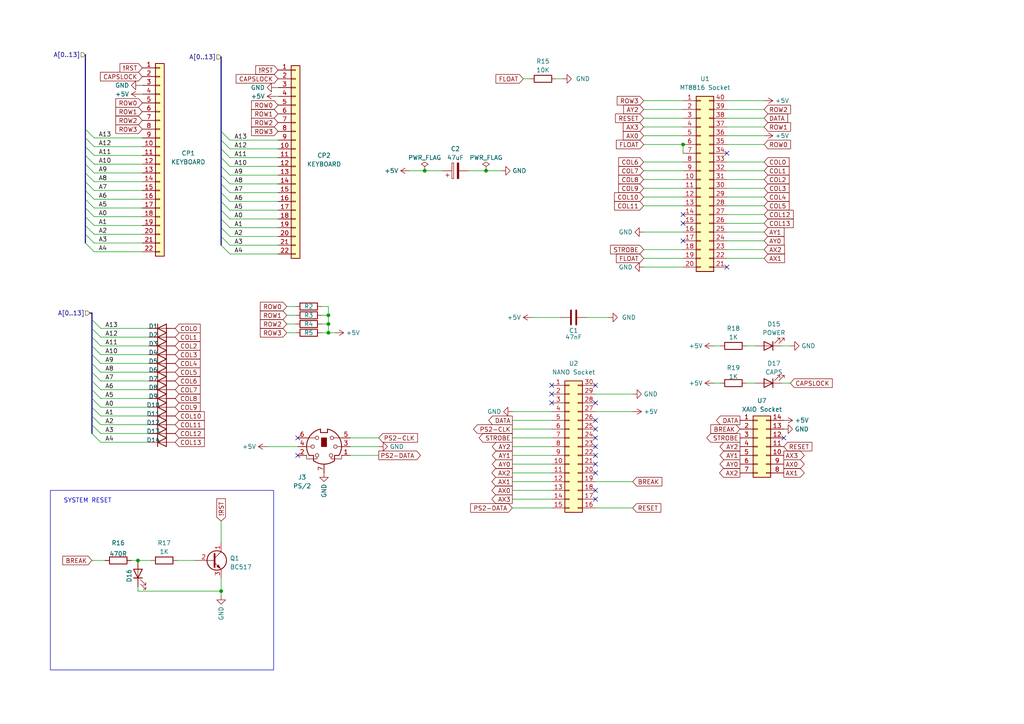
<source format=kicad_sch>
(kicad_sch (version 20230121) (generator eeschema)
  (paper "A4")
  (lib_symbols
    (symbol "Connector_Generic:Conn_01x22" (pin_names (offset 1.016) hide)
      (property "Reference" "J" (at 0 27.94 0))
      (property "Value" "Conn_01x22" (at 0 -30.48 0))
      (symbol "Conn_01x22_1_1"
        (pin passive line (at -5.08 25.4 0) (length 3.81) (name "Pin_1") (number "1"))
        (pin passive line (at -5.08 2.54 0) (length 3.81) (name "Pin_10") (number "10"))
        (pin passive line (at -5.08 0 0) (length 3.81) (name "Pin_11") (number "11"))
        (pin passive line (at -5.08 -2.54 0) (length 3.81) (name "Pin_12") (number "12"))
        (pin passive line (at -5.08 -5.08 0) (length 3.81) (name "Pin_13") (number "13"))
        (pin passive line (at -5.08 -7.62 0) (length 3.81) (name "Pin_14") (number "14"))
        (pin passive line (at -5.08 -10.16 0) (length 3.81) (name "Pin_15") (number "15"))
        (pin passive line (at -5.08 -12.7 0) (length 3.81) (name "Pin_16") (number "16"))
        (pin passive line (at -5.08 -15.24 0) (length 3.81) (name "Pin_17") (number "17"))
        (pin passive line (at -5.08 -17.78 0) (length 3.81) (name "Pin_18") (number "18"))
        (pin passive line (at -5.08 -20.32 0) (length 3.81) (name "Pin_19") (number "19"))
        (pin passive line (at -5.08 22.86 0) (length 3.81) (name "Pin_2") (number "2"))
        (pin passive line (at -5.08 -22.86 0) (length 3.81) (name "Pin_20") (number "20"))
        (pin passive line (at -5.08 -25.4 0) (length 3.81) (name "Pin_21") (number "21"))
        (pin passive line (at -5.08 -27.94 0) (length 3.81) (name "Pin_22") (number "22"))
        (pin passive line (at -5.08 20.32 0) (length 3.81) (name "Pin_3") (number "3"))
        (pin passive line (at -5.08 17.78 0) (length 3.81) (name "Pin_4") (number "4"))
        (pin passive line (at -5.08 15.24 0) (length 3.81) (name "Pin_5") (number "5"))
        (pin passive line (at -5.08 12.7 0) (length 3.81) (name "Pin_6") (number "6"))
        (pin passive line (at -5.08 10.16 0) (length 3.81) (name "Pin_7") (number "7"))
        (pin passive line (at -5.08 7.62 0) (length 3.81) (name "Pin_8") (number "8"))
        (pin passive line (at -5.08 5.08 0) (length 3.81) (name "Pin_9") (number "9"))
      )
    )
    (symbol "Connector_Generic:Conn_02x07_Counter_Clockwise" (pin_names (offset 1.016) hide)
      (property "Reference" "J" (at 1.27 10.16 0))
      (property "Value" "Conn_02x07_Counter_Clockwise" (at 1.27 -10.16 0))
      (symbol "Conn_02x07_Counter_Clockwise_1_1"
        (pin passive line (at -5.08 7.62 0) (length 3.81) (name "Pin_1") (number "1"))
        (pin passive line (at 7.62 -2.54 180) (length 3.81) (name "Pin_10") (number "10"))
        (pin passive line (at 7.62 0 180) (length 3.81) (name "Pin_11") (number "11"))
        (pin passive line (at 7.62 2.54 180) (length 3.81) (name "Pin_12") (number "12"))
        (pin passive line (at 7.62 5.08 180) (length 3.81) (name "Pin_13") (number "13"))
        (pin passive line (at 7.62 7.62 180) (length 3.81) (name "Pin_14") (number "14"))
        (pin passive line (at -5.08 5.08 0) (length 3.81) (name "Pin_2") (number "2"))
        (pin passive line (at -5.08 2.54 0) (length 3.81) (name "Pin_3") (number "3"))
        (pin passive line (at -5.08 0 0) (length 3.81) (name "Pin_4") (number "4"))
        (pin passive line (at -5.08 -2.54 0) (length 3.81) (name "Pin_5") (number "5"))
        (pin passive line (at -5.08 -5.08 0) (length 3.81) (name "Pin_6") (number "6"))
        (pin passive line (at -5.08 -7.62 0) (length 3.81) (name "Pin_7") (number "7"))
        (pin passive line (at 7.62 -7.62 180) (length 3.81) (name "Pin_8") (number "8"))
        (pin passive line (at 7.62 -5.08 180) (length 3.81) (name "Pin_9") (number "9"))
      )
    )
    (symbol "Connector_Generic:Conn_02x15_Counter_Clockwise" (pin_names (offset 1.016) hide)
      (property "Reference" "J" (at 1.27 20.32 0))
      (property "Value" "Conn_02x15_Counter_Clockwise" (at 1.27 -20.32 0))
      (symbol "Conn_02x15_Counter_Clockwise_1_1"
        (pin passive line (at -5.08 17.78 0) (length 3.81) (name "Pin_1") (number "1"))
        (pin passive line (at -5.08 -5.08 0) (length 3.81) (name "Pin_10") (number "10"))
        (pin passive line (at -5.08 -7.62 0) (length 3.81) (name "Pin_11") (number "11"))
        (pin passive line (at -5.08 -10.16 0) (length 3.81) (name "Pin_12") (number "12"))
        (pin passive line (at -5.08 -12.7 0) (length 3.81) (name "Pin_13") (number "13"))
        (pin passive line (at -5.08 -15.24 0) (length 3.81) (name "Pin_14") (number "14"))
        (pin passive line (at -5.08 -17.78 0) (length 3.81) (name "Pin_15") (number "15"))
        (pin passive line (at 7.62 -17.78 180) (length 3.81) (name "Pin_16") (number "16"))
        (pin passive line (at 7.62 -15.24 180) (length 3.81) (name "Pin_17") (number "17"))
        (pin passive line (at 7.62 -12.7 180) (length 3.81) (name "Pin_18") (number "18"))
        (pin passive line (at 7.62 -10.16 180) (length 3.81) (name "Pin_19") (number "19"))
        (pin passive line (at -5.08 15.24 0) (length 3.81) (name "Pin_2") (number "2"))
        (pin passive line (at 7.62 -7.62 180) (length 3.81) (name "Pin_20") (number "20"))
        (pin passive line (at 7.62 -5.08 180) (length 3.81) (name "Pin_21") (number "21"))
        (pin passive line (at 7.62 -2.54 180) (length 3.81) (name "Pin_22") (number "22"))
        (pin passive line (at 7.62 0 180) (length 3.81) (name "Pin_23") (number "23"))
        (pin passive line (at 7.62 2.54 180) (length 3.81) (name "Pin_24") (number "24"))
        (pin passive line (at 7.62 5.08 180) (length 3.81) (name "Pin_25") (number "25"))
        (pin passive line (at 7.62 7.62 180) (length 3.81) (name "Pin_26") (number "26"))
        (pin passive line (at 7.62 10.16 180) (length 3.81) (name "Pin_27") (number "27"))
        (pin passive line (at 7.62 12.7 180) (length 3.81) (name "Pin_28") (number "28"))
        (pin passive line (at 7.62 15.24 180) (length 3.81) (name "Pin_29") (number "29"))
        (pin passive line (at -5.08 12.7 0) (length 3.81) (name "Pin_3") (number "3"))
        (pin passive line (at 7.62 17.78 180) (length 3.81) (name "Pin_30") (number "30"))
        (pin passive line (at -5.08 10.16 0) (length 3.81) (name "Pin_4") (number "4"))
        (pin passive line (at -5.08 7.62 0) (length 3.81) (name "Pin_5") (number "5"))
        (pin passive line (at -5.08 5.08 0) (length 3.81) (name "Pin_6") (number "6"))
        (pin passive line (at -5.08 2.54 0) (length 3.81) (name "Pin_7") (number "7"))
        (pin passive line (at -5.08 0 0) (length 3.81) (name "Pin_8") (number "8"))
        (pin passive line (at -5.08 -2.54 0) (length 3.81) (name "Pin_9") (number "9"))
      )
    )
    (symbol "Connector_Generic:Conn_02x20_Counter_Clockwise" (pin_names (offset 1.016) hide)
      (property "Reference" "J" (at 1.27 25.4 0))
      (property "Value" "Conn_02x20_Counter_Clockwise" (at 1.27 -27.94 0))
      (symbol "Conn_02x20_Counter_Clockwise_1_1"
        (pin passive line (at -5.08 22.86 0) (length 3.81) (name "Pin_1") (number "1"))
        (pin passive line (at -5.08 0 0) (length 3.81) (name "Pin_10") (number "10"))
        (pin passive line (at -5.08 -2.54 0) (length 3.81) (name "Pin_11") (number "11"))
        (pin passive line (at -5.08 -5.08 0) (length 3.81) (name "Pin_12") (number "12"))
        (pin passive line (at -5.08 -7.62 0) (length 3.81) (name "Pin_13") (number "13"))
        (pin passive line (at -5.08 -10.16 0) (length 3.81) (name "Pin_14") (number "14"))
        (pin passive line (at -5.08 -12.7 0) (length 3.81) (name "Pin_15") (number "15"))
        (pin passive line (at -5.08 -15.24 0) (length 3.81) (name "Pin_16") (number "16"))
        (pin passive line (at -5.08 -17.78 0) (length 3.81) (name "Pin_17") (number "17"))
        (pin passive line (at -5.08 -20.32 0) (length 3.81) (name "Pin_18") (number "18"))
        (pin passive line (at -5.08 -22.86 0) (length 3.81) (name "Pin_19") (number "19"))
        (pin passive line (at -5.08 20.32 0) (length 3.81) (name "Pin_2") (number "2"))
        (pin passive line (at -5.08 -25.4 0) (length 3.81) (name "Pin_20") (number "20"))
        (pin passive line (at 7.62 -25.4 180) (length 3.81) (name "Pin_21") (number "21"))
        (pin passive line (at 7.62 -22.86 180) (length 3.81) (name "Pin_22") (number "22"))
        (pin passive line (at 7.62 -20.32 180) (length 3.81) (name "Pin_23") (number "23"))
        (pin passive line (at 7.62 -17.78 180) (length 3.81) (name "Pin_24") (number "24"))
        (pin passive line (at 7.62 -15.24 180) (length 3.81) (name "Pin_25") (number "25"))
        (pin passive line (at 7.62 -12.7 180) (length 3.81) (name "Pin_26") (number "26"))
        (pin passive line (at 7.62 -10.16 180) (length 3.81) (name "Pin_27") (number "27"))
        (pin passive line (at 7.62 -7.62 180) (length 3.81) (name "Pin_28") (number "28"))
        (pin passive line (at 7.62 -5.08 180) (length 3.81) (name "Pin_29") (number "29"))
        (pin passive line (at -5.08 17.78 0) (length 3.81) (name "Pin_3") (number "3"))
        (pin passive line (at 7.62 -2.54 180) (length 3.81) (name "Pin_30") (number "30"))
        (pin passive line (at 7.62 0 180) (length 3.81) (name "Pin_31") (number "31"))
        (pin passive line (at 7.62 2.54 180) (length 3.81) (name "Pin_32") (number "32"))
        (pin passive line (at 7.62 5.08 180) (length 3.81) (name "Pin_33") (number "33"))
        (pin passive line (at 7.62 7.62 180) (length 3.81) (name "Pin_34") (number "34"))
        (pin passive line (at 7.62 10.16 180) (length 3.81) (name "Pin_35") (number "35"))
        (pin passive line (at 7.62 12.7 180) (length 3.81) (name "Pin_36") (number "36"))
        (pin passive line (at 7.62 15.24 180) (length 3.81) (name "Pin_37") (number "37"))
        (pin passive line (at 7.62 17.78 180) (length 3.81) (name "Pin_38") (number "38"))
        (pin passive line (at 7.62 20.32 180) (length 3.81) (name "Pin_39") (number "39"))
        (pin passive line (at -5.08 15.24 0) (length 3.81) (name "Pin_4") (number "4"))
        (pin passive line (at 7.62 22.86 180) (length 3.81) (name "Pin_40") (number "40"))
        (pin passive line (at -5.08 12.7 0) (length 3.81) (name "Pin_5") (number "5"))
        (pin passive line (at -5.08 10.16 0) (length 3.81) (name "Pin_6") (number "6"))
        (pin passive line (at -5.08 7.62 0) (length 3.81) (name "Pin_7") (number "7"))
        (pin passive line (at -5.08 5.08 0) (length 3.81) (name "Pin_8") (number "8"))
        (pin passive line (at -5.08 2.54 0) (length 3.81) (name "Pin_9") (number "9"))
      )
    )
    (symbol "Device:C" (pin_numbers hide) (pin_names (offset 0.254))
      (property "Reference" "C" (at 0.635 2.54 0))
      (property "Value" "C" (at 0.635 -2.54 0))
      (symbol "C_1_1"
        (pin passive line (at 0 3.81 270) (length 2.794) (name "~") (number "1"))
        (pin passive line (at 0 -3.81 90) (length 2.794) (name "~") (number "2"))
      )
    )
    (symbol "Device:C_Polarized" (pin_numbers hide) (pin_names (offset 0.254))
      (property "Reference" "C" (at 0.635 2.54 0))
      (property "Value" "C_Polarized" (at 0.635 -2.54 0))
      (symbol "C_Polarized_1_1"
        (pin passive line (at 0 3.81 270) (length 2.794) (name "~") (number "1"))
        (pin passive line (at 0 -3.81 90) (length 2.794) (name "~") (number "2"))
      )
    )
    (symbol "Device:D" (pin_numbers hide) (pin_names (offset 1.016) hide)
      (property "Reference" "D" (at 0 2.54 0))
      (property "Value" "D" (at 0 -2.54 0))
      (symbol "D_1_1"
        (pin passive line (at -3.81 0 0) (length 2.54) (name "K") (number "1"))
        (pin passive line (at 3.81 0 180) (length 2.54) (name "A") (number "2"))
      )
    )
    (symbol "Device:LED" (pin_numbers hide) (pin_names (offset 1.016) hide)
      (property "Reference" "D" (at 0 2.54 0))
      (property "Value" "LED" (at 0 -2.54 0))
      (symbol "LED_1_1"
        (pin passive line (at -3.81 0 0) (length 2.54) (name "K") (number "1"))
        (pin passive line (at 3.81 0 180) (length 2.54) (name "A") (number "2"))
      )
    )
    (symbol "Device:R" (pin_numbers hide) (pin_names (offset 0))
      (property "Reference" "R" (at 2.032 0 90))
      (property "Value" "R" (at 0 0 90))
      (symbol "R_1_1"
        (pin passive line (at 0 3.81 270) (length 1.27) (name "~") (number "1"))
        (pin passive line (at 0 -3.81 90) (length 1.27) (name "~") (number "2"))
      )
    )
    (symbol "Electron-PS2USB:Mini-DIN-6" (pin_names (offset 1.016))
      (property "Reference" "J3" (at 0.0177 10.16 0))
      (property "Value" "PS/2" (at 0.0177 7.62 0))
      (symbol "Mini-DIN-6_1_1"
        (pin passive line (at 7.62 -2.54 180) (length 2.54) (name "~") (number "1"))
        (pin passive line (at -7.62 -2.54 0) (length 2.54) (name "~") (number "2"))
        (pin passive line (at 7.62 0 180) (length 2.54) (name "~") (number "3"))
        (pin passive line (at -7.62 0 0) (length 2.54) (name "~") (number "4"))
        (pin passive line (at 7.62 2.54 180) (length 2.54) (name "~") (number "5"))
        (pin passive line (at -7.62 2.54 0) (length 2.54) (name "~") (number "6"))
        (pin passive line (at 0 -7.62 90) (length 2.54) (name "") (number "7"))
      )
    )
    (symbol "Transistor_BJT:BC547" (pin_names (offset 0) hide)
      (property "Reference" "Q" (at 5.08 1.905 0))
      (property "Value" "BC547" (at 5.08 0 0))
      (symbol "BC547_1_1"
        (pin passive line (at 2.54 5.08 270) (length 2.54) (name "C") (number "1"))
        (pin input line (at -5.08 0 0) (length 5.08) (name "B") (number "2"))
        (pin passive line (at 2.54 -5.08 90) (length 2.54) (name "E") (number "3"))
      )
    )
    (symbol "power:+5V" (power) (pin_names (offset 0))
      (property "Value" "+5V" (at 0 3.556 0))
      (symbol "+5V_1_1"
        (pin power_in line (at 0 0 90) (length 0) hide (name "+5V") (number "1"))
      )
    )
    (symbol "power:GND" (power) (pin_names (offset 0))
      (property "Value" "GND" (at 0 -3.81 0))
      (symbol "GND_1_1"
        (pin power_in line (at 0 0 270) (length 0) hide (name "GND") (number "1"))
      )
    )
    (symbol "power:PWR_FLAG" (power) (pin_numbers hide) (pin_names (offset 0) hide)
      (property "Value" "PWR_FLAG" (at 0 3.81 0))
      (symbol "PWR_FLAG_0_0"
        (pin power_out line (at 0 0 90) (length 0) (name "pwr") (number "1"))
      )
    )
  )
  (junction (at 140.97 49.53))
  (junction (at 40.005 162.56))
  (junction (at 95.25 91.44))
  (junction (at 198.12 41.91))
  (junction (at 95.25 93.98))
  (junction (at 123.19 49.53))
  (junction (at 64.135 171.45))
  (junction (at 95.25 96.52))
  (no_connect (at 198.12 69.85))
  (no_connect (at 198.12 62.23))
  (no_connect (at 86.36 127))
  (no_connect (at 86.36 132.08))
  (no_connect (at 172.72 142.24))
  (no_connect (at 172.72 144.78))
  (no_connect (at 210.82 44.45))
  (no_connect (at 172.72 116.84))
  (no_connect (at 172.72 121.92))
  (no_connect (at 172.72 124.46))
  (no_connect (at 172.72 127))
  (no_connect (at 172.72 129.54))
  (no_connect (at 172.72 132.08))
  (no_connect (at 172.72 134.62))
  (no_connect (at 160.02 111.76))
  (no_connect (at 160.02 114.3))
  (no_connect (at 160.02 116.84))
  (no_connect (at 172.72 111.76))
  (no_connect (at 210.82 77.47))
  (no_connect (at 198.12 64.77))
  (no_connect (at 227.33 127))
  (no_connect (at 172.72 137.16))
  (bus_entry (at 24.765 60.325) (size 2.54 2.54))
  (bus_entry (at 26.67 113.03) (size 2.54 2.54))
  (bus_entry (at 64.135 50.8) (size 2.54 2.54))
  (bus_entry (at 24.765 65.405) (size 2.54 2.54))
  (bus_entry (at 26.67 100.33) (size 2.54 2.54))
  (bus_entry (at 24.765 37.465) (size 2.54 2.54))
  (bus_entry (at 24.765 62.865) (size 2.54 2.54))
  (bus_entry (at 24.765 50.165) (size 2.54 2.54))
  (bus_entry (at 64.135 55.88) (size 2.54 2.54))
  (bus_entry (at 26.67 92.71) (size 2.54 2.54))
  (bus_entry (at 24.765 67.945) (size 2.54 2.54))
  (bus_entry (at 26.67 105.41) (size 2.54 2.54))
  (bus_entry (at 24.765 40.005) (size 2.54 2.54))
  (bus_entry (at 26.67 97.79) (size 2.54 2.54))
  (bus_entry (at 24.765 42.545) (size 2.54 2.54))
  (bus_entry (at 64.135 60.96) (size 2.54 2.54))
  (bus_entry (at 26.67 120.65) (size 2.54 2.54))
  (bus_entry (at 26.67 115.57) (size 2.54 2.54))
  (bus_entry (at 26.67 125.73) (size 2.54 2.54))
  (bus_entry (at 64.135 38.1) (size 2.54 2.54))
  (bus_entry (at 64.135 48.26) (size 2.54 2.54))
  (bus_entry (at 64.135 63.5) (size 2.54 2.54))
  (bus_entry (at 64.135 68.58) (size 2.54 2.54))
  (bus_entry (at 24.765 55.245) (size 2.54 2.54))
  (bus_entry (at 26.67 118.11) (size 2.54 2.54))
  (bus_entry (at 26.67 95.25) (size 2.54 2.54))
  (bus_entry (at 64.135 58.42) (size 2.54 2.54))
  (bus_entry (at 24.765 47.625) (size 2.54 2.54))
  (bus_entry (at 64.135 43.18) (size 2.54 2.54))
  (bus_entry (at 26.67 102.87) (size 2.54 2.54))
  (bus_entry (at 64.135 53.34) (size 2.54 2.54))
  (bus_entry (at 26.67 107.95) (size 2.54 2.54))
  (bus_entry (at 24.765 57.785) (size 2.54 2.54))
  (bus_entry (at 64.135 71.12) (size 2.54 2.54))
  (bus_entry (at 26.67 110.49) (size 2.54 2.54))
  (bus_entry (at 26.67 123.19) (size 2.54 2.54))
  (bus_entry (at 64.135 45.72) (size 2.54 2.54))
  (bus_entry (at 24.765 52.705) (size 2.54 2.54))
  (bus_entry (at 64.135 66.04) (size 2.54 2.54))
  (bus_entry (at 64.135 40.64) (size 2.54 2.54))
  (bus_entry (at 24.765 70.485) (size 2.54 2.54))
  (bus_entry (at 24.765 45.085) (size 2.54 2.54))
  (wire (pts (xy 186.69 57.15) (xy 198.12 57.15)))
  (bus (pts (xy 64.135 53.34) (xy 64.135 55.88)))
  (wire (pts (xy 210.82 64.77) (xy 221.615 64.77)))
  (wire (pts (xy 148.59 142.24) (xy 160.02 142.24)))
  (wire (pts (xy 148.59 137.16) (xy 160.02 137.16)))
  (wire (pts (xy 186.69 77.47) (xy 198.12 77.47)))
  (wire (pts (xy 186.69 52.07) (xy 198.12 52.07)))
  (wire (pts (xy 66.675 58.42) (xy 80.645 58.42)))
  (bus (pts (xy 24.765 40.005) (xy 24.765 42.545)))
  (wire (pts (xy 198.12 41.91) (xy 198.12 44.45)))
  (wire (pts (xy 210.82 39.37) (xy 221.615 39.37)))
  (wire (pts (xy 186.69 41.91) (xy 198.12 41.91)))
  (bus (pts (xy 64.135 50.8) (xy 64.135 53.34)))
  (wire (pts (xy 101.6 132.08) (xy 109.855 132.08)))
  (wire (pts (xy 27.305 67.945) (xy 41.275 67.945)))
  (wire (pts (xy 29.21 115.57) (xy 43.18 115.57)))
  (wire (pts (xy 148.59 147.32) (xy 160.02 147.32)))
  (bus (pts (xy 64.135 60.96) (xy 64.135 63.5)))
  (wire (pts (xy 27.305 42.545) (xy 41.275 42.545)))
  (wire (pts (xy 29.21 123.19) (xy 43.18 123.19)))
  (bus (pts (xy 26.67 115.57) (xy 26.67 118.11)))
  (wire (pts (xy 66.675 40.64) (xy 80.645 40.64)))
  (wire (pts (xy 29.21 110.49) (xy 43.18 110.49)))
  (wire (pts (xy 101.6 127) (xy 109.855 127)))
  (wire (pts (xy 154.305 92.075) (xy 162.56 92.075)))
  (wire (pts (xy 210.82 74.93) (xy 221.615 74.93)))
  (wire (pts (xy 186.69 67.31) (xy 198.12 67.31)))
  (wire (pts (xy 186.69 49.53) (xy 198.12 49.53)))
  (bus (pts (xy 24.765 55.245) (xy 24.765 57.785)))
  (bus (pts (xy 64.135 45.72) (xy 64.135 48.26)))
  (wire (pts (xy 170.18 92.075) (xy 176.53 92.075)))
  (wire (pts (xy 186.69 36.83) (xy 198.12 36.83)))
  (wire (pts (xy 40.64 27.305) (xy 41.275 27.305)))
  (bus (pts (xy 24.765 60.325) (xy 24.765 62.865)))
  (wire (pts (xy 29.21 120.65) (xy 43.18 120.65)))
  (wire (pts (xy 210.82 67.31) (xy 221.615 67.31)))
  (wire (pts (xy 80.01 27.94) (xy 80.645 27.94)))
  (wire (pts (xy 210.82 31.75) (xy 221.615 31.75)))
  (bus (pts (xy 26.67 110.49) (xy 26.67 113.03)))
  (wire (pts (xy 172.72 119.38) (xy 183.515 119.38)))
  (bus (pts (xy 26.67 90.805) (xy 26.67 92.71)))
  (bus (pts (xy 26.67 97.79) (xy 26.67 100.33)))
  (bus (pts (xy 64.135 68.58) (xy 64.135 71.12)))
  (bus (pts (xy 64.135 16.51) (xy 64.135 38.1)))
  (bus (pts (xy 24.765 65.405) (xy 24.765 67.945)))
  (wire (pts (xy 29.21 128.27) (xy 43.18 128.27)))
  (wire (pts (xy 148.59 127) (xy 160.02 127)))
  (wire (pts (xy 148.59 124.46) (xy 160.02 124.46)))
  (wire (pts (xy 66.675 68.58) (xy 80.645 68.58)))
  (wire (pts (xy 83.185 91.44) (xy 85.725 91.44)))
  (wire (pts (xy 148.59 134.62) (xy 160.02 134.62)))
  (wire (pts (xy 66.675 66.04) (xy 80.645 66.04)))
  (wire (pts (xy 221.615 62.23) (xy 210.82 62.23)))
  (wire (pts (xy 210.82 34.29) (xy 221.615 34.29)))
  (wire (pts (xy 226.695 111.125) (xy 229.235 111.125)))
  (wire (pts (xy 207.01 111.125) (xy 208.915 111.125)))
  (wire (pts (xy 29.21 107.95) (xy 43.18 107.95)))
  (wire (pts (xy 29.21 102.87) (xy 43.18 102.87)))
  (wire (pts (xy 66.675 48.26) (xy 80.645 48.26)))
  (wire (pts (xy 123.19 49.53) (xy 128.27 49.53)))
  (wire (pts (xy 83.185 88.9) (xy 85.725 88.9)))
  (bus (pts (xy 24.765 15.875) (xy 24.765 37.465)))
  (wire (pts (xy 27.305 65.405) (xy 41.275 65.405)))
  (wire (pts (xy 40.005 162.56) (xy 43.815 162.56)))
  (wire (pts (xy 64.135 151.13) (xy 64.135 157.48)))
  (wire (pts (xy 27.305 73.025) (xy 41.275 73.025)))
  (bus (pts (xy 64.135 40.64) (xy 64.135 43.18)))
  (wire (pts (xy 172.72 147.32) (xy 183.515 147.32)))
  (wire (pts (xy 210.82 54.61) (xy 221.615 54.61)))
  (wire (pts (xy 27.305 40.005) (xy 41.275 40.005)))
  (wire (pts (xy 66.675 55.88) (xy 80.645 55.88)))
  (bus (pts (xy 64.135 43.18) (xy 64.135 45.72)))
  (wire (pts (xy 27.305 47.625) (xy 41.275 47.625)))
  (wire (pts (xy 66.675 60.96) (xy 80.645 60.96)))
  (wire (pts (xy 186.69 46.99) (xy 198.12 46.99)))
  (wire (pts (xy 95.25 96.52) (xy 97.155 96.52)))
  (wire (pts (xy 140.97 49.53) (xy 145.415 49.53)))
  (wire (pts (xy 148.59 119.38) (xy 160.02 119.38)))
  (wire (pts (xy 186.69 34.29) (xy 198.12 34.29)))
  (bus (pts (xy 24.765 52.705) (xy 24.765 55.245)))
  (wire (pts (xy 29.21 125.73) (xy 43.18 125.73)))
  (wire (pts (xy 207.01 100.33) (xy 208.915 100.33)))
  (wire (pts (xy 172.72 114.3) (xy 183.515 114.3)))
  (wire (pts (xy 64.135 167.64) (xy 64.135 171.45)))
  (wire (pts (xy 95.25 91.44) (xy 95.25 93.98)))
  (bus (pts (xy 64.135 48.26) (xy 64.135 50.8)))
  (wire (pts (xy 29.21 95.25) (xy 43.18 95.25)))
  (bus (pts (xy 24.765 50.165) (xy 24.765 52.705)))
  (wire (pts (xy 29.21 118.11) (xy 43.18 118.11)))
  (wire (pts (xy 186.69 59.69) (xy 198.12 59.69)))
  (wire (pts (xy 148.59 139.7) (xy 160.02 139.7)))
  (wire (pts (xy 210.82 46.99) (xy 221.615 46.99)))
  (bus (pts (xy 24.765 42.545) (xy 24.765 45.085)))
  (wire (pts (xy 80.01 25.4) (xy 80.645 25.4)))
  (wire (pts (xy 172.72 139.7) (xy 183.515 139.7)))
  (wire (pts (xy 64.135 171.45) (xy 64.135 172.72)))
  (bus (pts (xy 26.67 107.95) (xy 26.67 110.49)))
  (wire (pts (xy 27.305 52.705) (xy 41.275 52.705)))
  (wire (pts (xy 148.59 129.54) (xy 160.02 129.54)))
  (wire (pts (xy 186.69 72.39) (xy 198.12 72.39)))
  (wire (pts (xy 148.59 144.78) (xy 160.02 144.78)))
  (wire (pts (xy 95.25 88.9) (xy 95.25 91.44)))
  (bus (pts (xy 64.135 58.42) (xy 64.135 60.96)))
  (bus (pts (xy 26.67 95.25) (xy 26.67 97.79)))
  (wire (pts (xy 26.67 162.56) (xy 30.48 162.56)))
  (wire (pts (xy 77.47 129.54) (xy 86.36 129.54)))
  (wire (pts (xy 93.345 91.44) (xy 95.25 91.44)))
  (wire (pts (xy 40.005 170.18) (xy 40.005 171.45)))
  (bus (pts (xy 26.67 120.65) (xy 26.67 123.19)))
  (wire (pts (xy 93.345 96.52) (xy 95.25 96.52)))
  (bus (pts (xy 24.765 57.785) (xy 24.765 60.325)))
  (bus (pts (xy 24.765 45.085) (xy 24.765 47.625)))
  (bus (pts (xy 26.67 102.87) (xy 26.67 105.41)))
  (wire (pts (xy 66.675 71.12) (xy 80.645 71.12)))
  (wire (pts (xy 83.185 96.52) (xy 85.725 96.52)))
  (wire (pts (xy 66.675 53.34) (xy 80.645 53.34)))
  (wire (pts (xy 29.21 100.33) (xy 43.18 100.33)))
  (wire (pts (xy 210.82 57.15) (xy 221.615 57.15)))
  (wire (pts (xy 40.005 171.45) (xy 64.135 171.45)))
  (bus (pts (xy 24.765 37.465) (xy 24.765 40.005)))
  (bus (pts (xy 26.67 105.41) (xy 26.67 107.95)))
  (bus (pts (xy 26.67 113.03) (xy 26.67 115.57)))
  (wire (pts (xy 29.21 113.03) (xy 43.18 113.03)))
  (wire (pts (xy 66.675 43.18) (xy 80.645 43.18)))
  (wire (pts (xy 101.6 129.54) (xy 109.855 129.54)))
  (wire (pts (xy 38.1 162.56) (xy 40.005 162.56)))
  (wire (pts (xy 210.82 49.53) (xy 221.615 49.53)))
  (wire (pts (xy 186.69 74.93) (xy 198.12 74.93)))
  (bus (pts (xy 64.135 63.5) (xy 64.135 66.04)))
  (bus (pts (xy 64.135 55.88) (xy 64.135 58.42)))
  (wire (pts (xy 118.745 49.53) (xy 123.19 49.53)))
  (wire (pts (xy 210.82 36.83) (xy 221.615 36.83)))
  (wire (pts (xy 210.82 29.21) (xy 221.615 29.21)))
  (bus (pts (xy 26.67 92.71) (xy 26.67 95.25)))
  (wire (pts (xy 161.29 22.86) (xy 163.195 22.86)))
  (wire (pts (xy 27.305 45.085) (xy 41.275 45.085)))
  (wire (pts (xy 27.305 60.325) (xy 41.275 60.325)))
  (wire (pts (xy 29.21 97.79) (xy 43.18 97.79)))
  (wire (pts (xy 148.59 121.92) (xy 160.02 121.92)))
  (wire (pts (xy 66.675 50.8) (xy 80.645 50.8)))
  (wire (pts (xy 27.305 50.165) (xy 41.275 50.165)))
  (wire (pts (xy 66.675 63.5) (xy 80.645 63.5)))
  (wire (pts (xy 93.345 88.9) (xy 95.25 88.9)))
  (wire (pts (xy 216.535 111.125) (xy 219.075 111.125)))
  (wire (pts (xy 29.21 105.41) (xy 43.18 105.41)))
  (bus (pts (xy 24.765 62.865) (xy 24.765 65.405)))
  (wire (pts (xy 216.535 100.33) (xy 219.075 100.33)))
  (wire (pts (xy 95.25 93.98) (xy 95.25 96.52)))
  (wire (pts (xy 66.675 73.66) (xy 80.645 73.66)))
  (bus (pts (xy 26.035 90.805) (xy 26.67 90.805)))
  (bus (pts (xy 26.67 123.19) (xy 26.67 125.73)))
  (wire (pts (xy 151.765 22.86) (xy 153.67 22.86)))
  (bus (pts (xy 64.135 38.1) (xy 64.135 40.64)))
  (wire (pts (xy 51.435 162.56) (xy 56.515 162.56)))
  (wire (pts (xy 210.82 52.07) (xy 221.615 52.07)))
  (bus (pts (xy 26.67 118.11) (xy 26.67 120.65)))
  (wire (pts (xy 83.185 93.98) (xy 85.725 93.98)))
  (wire (pts (xy 27.305 70.485) (xy 41.275 70.485)))
  (wire (pts (xy 186.69 54.61) (xy 198.12 54.61)))
  (wire (pts (xy 93.345 93.98) (xy 95.25 93.98)))
  (wire (pts (xy 148.59 132.08) (xy 160.02 132.08)))
  (wire (pts (xy 186.69 29.21) (xy 198.12 29.21)))
  (bus (pts (xy 24.765 67.945) (xy 24.765 70.485)))
  (wire (pts (xy 27.305 57.785) (xy 41.275 57.785)))
  (wire (pts (xy 27.305 55.245) (xy 41.275 55.245)))
  (wire (pts (xy 135.89 49.53) (xy 140.97 49.53)))
  (wire (pts (xy 40.64 24.765) (xy 41.275 24.765)))
  (bus (pts (xy 26.67 100.33) (xy 26.67 102.87)))
  (bus (pts (xy 64.135 66.04) (xy 64.135 68.58)))
  (wire (pts (xy 186.69 31.75) (xy 198.12 31.75)))
  (wire (pts (xy 210.82 59.69) (xy 221.615 59.69)))
  (wire (pts (xy 27.305 62.865) (xy 41.275 62.865)))
  (wire (pts (xy 66.675 45.72) (xy 80.645 45.72)))
  (wire (pts (xy 210.82 72.39) (xy 221.615 72.39)))
  (wire (pts (xy 210.82 69.85) (xy 221.615 69.85)))
  (bus (pts (xy 24.765 47.625) (xy 24.765 50.165)))
  (wire (pts (xy 226.695 100.33) (xy 229.235 100.33)))
  (wire (pts (xy 186.69 39.37) (xy 198.12 39.37)))
  (wire (pts (xy 210.82 41.91) (xy 221.615 41.91)))
  (rectangle (start 14.605 142.24) (end 79.375 194.31))
  (text "SYSTEM RESET" (at 18.415 146.05 0) (effects (font (size 1.27 1.27)) (justify left bottom)))
  (label "A6" (at 67.945 58.42 0))
  (label "A13" (at 28.575 40.005 0))
  (label "A8" (at 30.48 107.95 0))
  (label "A1" (at 67.945 66.04 0))
  (label "A9" (at 28.575 50.165 0))
  (label "A7" (at 28.575 55.245 0))
  (label "A12" (at 28.575 42.545 0))
  (label "A1" (at 28.575 65.405 0))
  (label "A6" (at 30.48 113.03 0))
  (label "A11" (at 67.945 45.72 0))
  (label "A8" (at 28.575 52.705 0))
  (label "A5" (at 28.575 60.325 0))
  (label "A3" (at 67.945 71.12 0))
  (label "A12" (at 30.48 97.79 0))
  (label "A13" (at 30.48 95.25 0))
  (label "A0" (at 30.48 118.11 0))
  (label "A11" (at 28.575 45.085 0))
  (label "A7" (at 67.945 55.88 0))
  (label "A9" (at 30.48 105.41 0))
  (label "A13" (at 67.945 40.64 0))
  (label "A8" (at 67.945 53.34 0))
  (label "A1" (at 30.48 120.65 0))
  (label "A4" (at 28.575 73.025 0))
  (label "A3" (at 30.48 125.73 0))
  (label "A10" (at 28.575 47.625 0))
  (label "A12" (at 67.945 43.18 0))
  (label "A5" (at 67.945 60.96 0))
  (label "A6" (at 28.575 57.785 0))
  (label "A9" (at 67.945 50.8 0))
  (label "A10" (at 30.48 102.87 0))
  (label "A2" (at 67.945 68.58 0))
  (label "A10" (at 67.945 48.26 0))
  (label "A4" (at 67.945 73.66 0))
  (label "A7" (at 30.48 110.49 0))
  (label "A11" (at 30.48 100.33 0))
  (label "A2" (at 28.575 67.945 0))
  (label "A4" (at 30.48 128.27 0))
  (label "A2" (at 30.48 123.19 0))
  (label "A5" (at 30.48 115.57 0))
  (label "A0" (at 28.575 62.865 0))
  (label "A3" (at 28.575 70.485 0))
  (label "A0" (at 67.945 63.5 0))
  (global_label "COL6" (shape input) (at 50.8 110.49 0) (property "Intersheetrefs" "${INTERSHEET_REFS}" (effects hide)))
  (global_label "ROW0" (shape input) (at 41.275 29.845 180) (property "Intersheetrefs" "${INTERSHEET_REFS}" (effects hide)))
  (global_label "AY0" (shape output) (at 148.59 134.62 180) (property "Intersheetrefs" "${INTERSHEET_REFS}" (effects hide)))
  (global_label "ROW2" (shape input) (at 221.615 31.75 0) (property "Intersheetrefs" "${INTERSHEET_REFS}" (effects hide)))
  (global_label "AX2" (shape output) (at 214.63 137.16 180) (property "Intersheetrefs" "${INTERSHEET_REFS}" (effects hide)))
  (global_label "ROW1" (shape input) (at 221.615 36.83 0) (property "Intersheetrefs" "${INTERSHEET_REFS}" (effects hide)))
  (global_label "AX0" (shape input) (at 186.69 39.37 180) (property "Intersheetrefs" "${INTERSHEET_REFS}" (effects hide)))
  (global_label "COL9" (shape input) (at 50.8 118.11 0) (property "Intersheetrefs" "${INTERSHEET_REFS}" (effects hide)))
  (global_label "COL1" (shape input) (at 50.8 97.79 0) (property "Intersheetrefs" "${INTERSHEET_REFS}" (effects hide)))
  (global_label "BREAK" (shape input) (at 214.63 124.46 180) (property "Intersheetrefs" "${INTERSHEET_REFS}" (effects hide)))
  (global_label "PS2-DATA" (shape output) (at 109.855 132.08 0) (property "Intersheetrefs" "${INTERSHEET_REFS}" (effects hide)))
  (global_label "AX2" (shape input) (at 221.615 72.39 0) (property "Intersheetrefs" "${INTERSHEET_REFS}" (effects hide)))
  (global_label "COL2" (shape input) (at 50.8 100.33 0) (property "Intersheetrefs" "${INTERSHEET_REFS}" (effects hide)))
  (global_label "CAPSLOCK" (shape input) (at 41.275 22.225 180) (property "Intersheetrefs" "${INTERSHEET_REFS}" (effects hide)))
  (global_label "AY1" (shape input) (at 221.615 67.31 0) (property "Intersheetrefs" "${INTERSHEET_REFS}" (effects hide)))
  (global_label "ROW1" (shape input) (at 83.185 91.44 180) (property "Intersheetrefs" "${INTERSHEET_REFS}" (effects hide)))
  (global_label "DATA" (shape output) (at 214.63 121.92 180) (property "Intersheetrefs" "${INTERSHEET_REFS}" (effects hide)))
  (global_label "COL12" (shape input) (at 50.8 125.73 0) (property "Intersheetrefs" "${INTERSHEET_REFS}" (effects hide)))
  (global_label "ROW2" (shape input) (at 80.645 35.56 180) (property "Intersheetrefs" "${INTERSHEET_REFS}" (effects hide)))
  (global_label "ROW1" (shape input) (at 80.645 33.02 180) (property "Intersheetrefs" "${INTERSHEET_REFS}" (effects hide)))
  (global_label "AY2" (shape output) (at 148.59 129.54 180) (property "Intersheetrefs" "${INTERSHEET_REFS}" (effects hide)))
  (global_label "BREAK" (shape input) (at 26.67 162.56 180) (property "Intersheetrefs" "${INTERSHEET_REFS}" (effects hide)))
  (global_label "COL0" (shape input) (at 221.615 46.99 0) (property "Intersheetrefs" "${INTERSHEET_REFS}" (effects hide)))
  (global_label "COL7" (shape input) (at 50.8 113.03 0) (property "Intersheetrefs" "${INTERSHEET_REFS}" (effects hide)))
  (global_label "AX3" (shape output) (at 227.33 132.08 0) (property "Intersheetrefs" "${INTERSHEET_REFS}" (effects hide)))
  (global_label "CAPSLOCK" (shape input) (at 229.235 111.125 0) (property "Intersheetrefs" "${INTERSHEET_REFS}" (effects hide)))
  (global_label "RESET" (shape input) (at 183.515 147.32 0) (property "Intersheetrefs" "${INTERSHEET_REFS}" (effects hide)))
  (global_label "ROW0" (shape input) (at 221.615 41.91 0) (property "Intersheetrefs" "${INTERSHEET_REFS}" (effects hide)))
  (global_label "PS2-CLK" (shape input) (at 109.855 127 0) (property "Intersheetrefs" "${INTERSHEET_REFS}" (effects hide)))
  (global_label "COL12" (shape input) (at 221.615 62.23 0) (property "Intersheetrefs" "${INTERSHEET_REFS}" (effects hide)))
  (global_label "!RST" (shape input) (at 64.135 151.13 90) (property "Intersheetrefs" "${INTERSHEET_REFS}" (effects hide)))
  (global_label "CAPSLOCK" (shape input) (at 80.645 22.86 180) (property "Intersheetrefs" "${INTERSHEET_REFS}" (effects hide)))
  (global_label "COL11" (shape input) (at 186.69 59.69 180) (property "Intersheetrefs" "${INTERSHEET_REFS}" (effects hide)))
  (global_label "AX0" (shape output) (at 227.33 134.62 0) (property "Intersheetrefs" "${INTERSHEET_REFS}" (effects hide)))
  (global_label "BREAK" (shape input) (at 183.515 139.7 0) (property "Intersheetrefs" "${INTERSHEET_REFS}" (effects hide)))
  (global_label "COL13" (shape input) (at 221.615 64.77 0) (property "Intersheetrefs" "${INTERSHEET_REFS}" (effects hide)))
  (global_label "ROW2" (shape input) (at 41.275 34.925 180) (property "Intersheetrefs" "${INTERSHEET_REFS}" (effects hide)))
  (global_label "COL1" (shape input) (at 221.615 49.53 0) (property "Intersheetrefs" "${INTERSHEET_REFS}" (effects hide)))
  (global_label "COL10" (shape input) (at 186.69 57.15 180) (property "Intersheetrefs" "${INTERSHEET_REFS}" (effects hide)))
  (global_label "COL8" (shape input) (at 50.8 115.57 0) (property "Intersheetrefs" "${INTERSHEET_REFS}" (effects hide)))
  (global_label "COL3" (shape input) (at 50.8 102.87 0) (property "Intersheetrefs" "${INTERSHEET_REFS}" (effects hide)))
  (global_label "AY0" (shape input) (at 221.615 69.85 0) (property "Intersheetrefs" "${INTERSHEET_REFS}" (effects hide)))
  (global_label "COL2" (shape input) (at 221.615 52.07 0) (property "Intersheetrefs" "${INTERSHEET_REFS}" (effects hide)))
  (global_label "ROW3" (shape input) (at 80.645 38.1 180) (property "Intersheetrefs" "${INTERSHEET_REFS}" (effects hide)))
  (global_label "AY1" (shape output) (at 214.63 132.08 180) (property "Intersheetrefs" "${INTERSHEET_REFS}" (effects hide)))
  (global_label "AX2" (shape output) (at 148.59 137.16 180) (property "Intersheetrefs" "${INTERSHEET_REFS}" (effects hide)))
  (global_label "COL6" (shape input) (at 186.69 46.99 180) (property "Intersheetrefs" "${INTERSHEET_REFS}" (effects hide)))
  (global_label "AY1" (shape output) (at 148.59 132.08 180) (property "Intersheetrefs" "${INTERSHEET_REFS}" (effects hide)))
  (global_label "ROW2" (shape input) (at 83.185 93.98 180) (property "Intersheetrefs" "${INTERSHEET_REFS}" (effects hide)))
  (global_label "PS2-CLK" (shape output) (at 148.59 124.46 180) (property "Intersheetrefs" "${INTERSHEET_REFS}" (effects hide)))
  (global_label "ROW3" (shape input) (at 186.69 29.21 180) (property "Intersheetrefs" "${INTERSHEET_REFS}" (effects hide)))
  (global_label "RESET" (shape input) (at 227.33 129.54 0) (property "Intersheetrefs" "${INTERSHEET_REFS}" (effects hide)))
  (global_label "RESET" (shape input) (at 186.69 34.29 180) (property "Intersheetrefs" "${INTERSHEET_REFS}" (effects hide)))
  (global_label "AY0" (shape output) (at 214.63 134.62 180) (property "Intersheetrefs" "${INTERSHEET_REFS}" (effects hide)))
  (global_label "AY2" (shape input) (at 186.69 31.75 180) (property "Intersheetrefs" "${INTERSHEET_REFS}" (effects hide)))
  (global_label "FLOAT" (shape input) (at 186.69 41.91 180) (property "Intersheetrefs" "${INTERSHEET_REFS}" (effects hide)))
  (global_label "COL5" (shape input) (at 221.615 59.69 0) (property "Intersheetrefs" "${INTERSHEET_REFS}" (effects hide)))
  (global_label "!RST" (shape input) (at 41.275 19.685 180) (property "Intersheetrefs" "${INTERSHEET_REFS}" (effects hide)))
  (global_label "DATA" (shape output) (at 148.59 121.92 180) (property "Intersheetrefs" "${INTERSHEET_REFS}" (effects hide)))
  (global_label "FLOAT" (shape input) (at 186.69 74.93 180) (property "Intersheetrefs" "${INTERSHEET_REFS}" (effects hide)))
  (global_label "AY2" (shape output) (at 214.63 129.54 180) (property "Intersheetrefs" "${INTERSHEET_REFS}" (effects hide)))
  (global_label "ROW0" (shape input) (at 80.645 30.48 180) (property "Intersheetrefs" "${INTERSHEET_REFS}" (effects hide)))
  (global_label "COL0" (shape input) (at 50.8 95.25 0) (property "Intersheetrefs" "${INTERSHEET_REFS}" (effects hide)))
  (global_label "COL10" (shape input) (at 50.8 120.65 0) (property "Intersheetrefs" "${INTERSHEET_REFS}" (effects hide)))
  (global_label "AX1" (shape input) (at 221.615 74.93 0) (property "Intersheetrefs" "${INTERSHEET_REFS}" (effects hide)))
  (global_label "AX3" (shape output) (at 148.59 144.78 180) (property "Intersheetrefs" "${INTERSHEET_REFS}" (effects hide)))
  (global_label "COL4" (shape input) (at 50.8 105.41 0) (property "Intersheetrefs" "${INTERSHEET_REFS}" (effects hide)))
  (global_label "COL5" (shape input) (at 50.8 107.95 0) (property "Intersheetrefs" "${INTERSHEET_REFS}" (effects hide)))
  (global_label "ROW1" (shape input) (at 41.275 32.385 180) (property "Intersheetrefs" "${INTERSHEET_REFS}" (effects hide)))
  (global_label "AX0" (shape output) (at 148.59 142.24 180) (property "Intersheetrefs" "${INTERSHEET_REFS}" (effects hide)))
  (global_label "ROW3" (shape input) (at 41.275 37.465 180) (property "Intersheetrefs" "${INTERSHEET_REFS}" (effects hide)))
  (global_label "AX1" (shape output) (at 227.33 137.16 0) (property "Intersheetrefs" "${INTERSHEET_REFS}" (effects hide)))
  (global_label "COL9" (shape input) (at 186.69 54.61 180) (property "Intersheetrefs" "${INTERSHEET_REFS}" (effects hide)))
  (global_label "COL3" (shape input) (at 221.615 54.61 0) (property "Intersheetrefs" "${INTERSHEET_REFS}" (effects hide)))
  (global_label "STROBE" (shape output) (at 148.59 127 180) (property "Intersheetrefs" "${INTERSHEET_REFS}" (effects hide)))
  (global_label "FLOAT" (shape input) (at 151.765 22.86 180) (property "Intersheetrefs" "${INTERSHEET_REFS}" (effects hide)))
  (global_label "COL8" (shape input) (at 186.69 52.07 180) (property "Intersheetrefs" "${INTERSHEET_REFS}" (effects hide)))
  (global_label "STROBE" (shape output) (at 214.63 127 180) (property "Intersheetrefs" "${INTERSHEET_REFS}" (effects hide)))
  (global_label "!RST" (shape input) (at 80.645 20.32 180) (property "Intersheetrefs" "${INTERSHEET_REFS}" (effects hide)))
  (global_label "COL7" (shape input) (at 186.69 49.53 180) (property "Intersheetrefs" "${INTERSHEET_REFS}" (effects hide)))
  (global_label "DATA" (shape input) (at 221.615 34.29 0) (property "Intersheetrefs" "${INTERSHEET_REFS}" (effects hide)))
  (global_label "AX3" (shape input) (at 186.69 36.83 180) (property "Intersheetrefs" "${INTERSHEET_REFS}" (effects hide)))
  (global_label "ROW3" (shape input) (at 83.185 96.52 180) (property "Intersheetrefs" "${INTERSHEET_REFS}" (effects hide)))
  (global_label "COL13" (shape input) (at 50.8 128.27 0) (property "Intersheetrefs" "${INTERSHEET_REFS}" (effects hide)))
  (global_label "STROBE" (shape input) (at 186.69 72.39 180) (property "Intersheetrefs" "${INTERSHEET_REFS}" (effects hide)))
  (global_label "ROW0" (shape input) (at 83.185 88.9 180) (property "Intersheetrefs" "${INTERSHEET_REFS}" (effects hide)))
  (global_label "COL4" (shape input) (at 221.615 57.15 0) (property "Intersheetrefs" "${INTERSHEET_REFS}" (effects hide)))
  (global_label "AX1" (shape output) (at 148.59 139.7 180) (property "Intersheetrefs" "${INTERSHEET_REFS}" (effects hide)))
  (global_label "COL11" (shape input) (at 50.8 123.19 0) (property "Intersheetrefs" "${INTERSHEET_REFS}" (effects hide)))
  (global_label "PS2-DATA" (shape input) (at 148.59 147.32 180) (property "Intersheetrefs" "${INTERSHEET_REFS}" (effects hide)))
  (hierarchical_label "A[0..13]" (shape input) (at 26.035 90.805 180))
  (hierarchical_label "A[0..13]" (shape input) (at 64.135 16.51 180))
  (hierarchical_label "A[0..13]" (shape input) (at 24.765 15.875 180))
  (symbol (lib_id "Connector_Generic:Conn_02x07_Counter_Clockwise") (at 219.71 129.54 0) (unit 1)
    (property "Reference" "U7" (at 220.98 116.205 0))
    (property "Value" "XAIO Socket" (at 220.98 118.745 0))
    (property "Footprint" "Arduino:XAIO 14PIN" (effects hide))
  )
  (symbol (lib_id "power:PWR_FLAG") (at 140.97 49.53 0) (unit 1)
    (property "Reference" "#FLG02" (effects hide))
    (property "Value" "PWR_FLAG" (at 140.97 45.72 0))
  )
  (symbol (lib_id "Device:R") (at 212.725 100.33 90) (unit 1)
    (property "Reference" "R18" (at 212.725 95.25 90))
    (property "Value" "1K" (at 212.725 97.79 90))
    (property "Footprint" "Resistor_THT:R_Axial_DIN0204_L3.6mm_D1.6mm_P7.62mm_Horizontal" (effects hide))
  )
  (symbol (lib_id "Device:LED") (at 222.885 100.33 180) (unit 1)
    (property "Reference" "D15" (at 224.4725 93.98 0))
    (property "Value" "POWER" (at 224.4725 96.52 0))
    (property "Footprint" "LED_THT:LED_D3.0mm" (effects hide))
  )
  (symbol (lib_id "Device:D") (at 46.99 120.65 0) (unit 1)
    (property "Reference" "D11" (at 44.45 120.015 0))
    (property "Value" "D" (effects hide))
    (property "Footprint" "Diode_THT:D_DO-34_SOD68_P7.62mm_Horizontal" (effects hide))
    (property "Sim.Device" "D" (effects hide))
    (property "Sim.Pins" "1=K 2=A" (effects hide))
  )
  (symbol (lib_id "Connector_Generic:Conn_02x15_Counter_Clockwise") (at 165.1 129.54 0) (unit 1)
    (property "Reference" "U2" (at 166.37 105.41 0))
    (property "Value" "NANO Socket" (at 166.37 107.95 0))
    (property "Footprint" "Arduino:Arduino_Nano_WithMountingHoles" (effects hide))
  )
  (symbol (lib_id "power:+5V") (at 227.33 121.92 270) (unit 1)
    (property "Reference" "#PWR08" (effects hide))
    (property "Value" "+5V" (at 230.505 121.92 90) (effects (justify left)))
  )
  (symbol (lib_id "Device:D") (at 46.99 95.25 0) (unit 1)
    (property "Reference" "D1" (at 44.45 94.615 0))
    (property "Value" "D" (effects hide))
    (property "Footprint" "Diode_THT:D_DO-34_SOD68_P7.62mm_Horizontal" (effects hide))
    (property "Sim.Device" "D" (effects hide))
    (property "Sim.Pins" "1=K 2=A" (effects hide))
  )
  (symbol (lib_id "Device:R") (at 89.535 96.52 90) (unit 1)
    (property "Reference" "R5" (at 89.535 96.52 90))
    (property "Value" "R" (effects hide))
    (property "Footprint" "Resistor_THT:R_Axial_DIN0204_L3.6mm_D1.6mm_P7.62mm_Horizontal" (effects hide))
  )
  (symbol (lib_id "Device:D") (at 46.99 97.79 0) (unit 1)
    (property "Reference" "D2" (at 44.45 97.155 0))
    (property "Value" "D" (effects hide))
    (property "Footprint" "Diode_THT:D_DO-34_SOD68_P7.62mm_Horizontal" (effects hide))
    (property "Sim.Device" "D" (effects hide))
    (property "Sim.Pins" "1=K 2=A" (effects hide))
  )
  (symbol (lib_id "Device:D") (at 46.99 125.73 0) (unit 1)
    (property "Reference" "D13" (at 44.45 125.095 0))
    (property "Value" "D" (effects hide))
    (property "Footprint" "Diode_THT:D_DO-34_SOD68_P7.62mm_Horizontal" (effects hide))
    (property "Sim.Device" "D" (effects hide))
    (property "Sim.Pins" "1=K 2=A" (effects hide))
  )
  (symbol (lib_id "Device:D") (at 46.99 105.41 0) (unit 1)
    (property "Reference" "D5" (at 44.45 104.775 0))
    (property "Value" "D" (effects hide))
    (property "Footprint" "Diode_THT:D_DO-34_SOD68_P7.62mm_Horizontal" (effects hide))
    (property "Sim.Device" "D" (effects hide))
    (property "Sim.Pins" "1=K 2=A" (effects hide))
  )
  (symbol (lib_id "power:+5V") (at 183.515 119.38 270) (unit 1)
    (property "Reference" "#PWR09" (effects hide))
    (property "Value" "+5V" (at 186.69 119.38 90) (effects (justify left)))
  )
  (symbol (lib_id "Device:R") (at 89.535 93.98 90) (unit 1)
    (property "Reference" "R4" (at 89.535 93.98 90))
    (property "Value" "R" (effects hide))
    (property "Footprint" "Resistor_THT:R_Axial_DIN0204_L3.6mm_D1.6mm_P7.62mm_Horizontal" (effects hide))
  )
  (symbol (lib_id "power:GND") (at 145.415 49.53 90) (unit 1)
    (property "Reference" "#PWR026" (effects hide))
    (property "Value" "GND" (at 148.59 49.53 90) (effects (justify right)))
  )
  (symbol (lib_id "power:GND") (at 176.53 92.075 90) (unit 1)
    (property "Reference" "#PWR028" (effects hide))
    (property "Value" "GND" (at 180.34 92.075 90) (effects (justify right)))
  )
  (symbol (lib_id "Device:D") (at 46.99 100.33 0) (unit 1)
    (property "Reference" "D3" (at 44.45 99.695 0))
    (property "Value" "D" (effects hide))
    (property "Footprint" "Diode_THT:D_DO-34_SOD68_P7.62mm_Horizontal" (effects hide))
    (property "Sim.Device" "D" (effects hide))
    (property "Sim.Pins" "1=K 2=A" (effects hide))
  )
  (symbol (lib_id "Device:D") (at 46.99 128.27 0) (unit 1)
    (property "Reference" "D14" (at 44.45 127.635 0))
    (property "Value" "D" (effects hide))
    (property "Footprint" "Diode_THT:D_DO-34_SOD68_P7.62mm_Horizontal" (effects hide))
    (property "Sim.Device" "D" (effects hide))
    (property "Sim.Pins" "1=K 2=A" (effects hide))
  )
  (symbol (lib_id "Connector_Generic:Conn_01x22") (at 85.725 45.72 0) (unit 1)
    (property "Reference" "CP2" (at 93.98 45.085 0))
    (property "Value" "KEYBOARD" (at 93.98 47.625 0))
    (property "Footprint" "Connector_PinHeader_2.54mm:PinHeader_1x22_P2.54mm_Vertical" (effects hide))
  )
  (symbol (lib_id "Device:R") (at 47.625 162.56 270) (unit 1)
    (property "Reference" "R17" (at 47.625 157.48 90))
    (property "Value" "1K" (at 47.625 160.02 90))
    (property "Footprint" "Resistor_THT:R_Axial_DIN0204_L3.6mm_D1.6mm_P7.62mm_Horizontal" (effects hide))
  )
  (symbol (lib_id "power:GND") (at 93.98 137.16 0) (unit 1)
    (property "Reference" "#PWR023" (effects hide))
    (property "Value" "GND" (at 93.98 140.335 90) (effects (justify right)))
  )
  (symbol (lib_id "power:+5V") (at 118.745 49.53 90) (unit 1)
    (property "Reference" "#PWR02" (effects hide))
    (property "Value" "+5V" (at 115.57 49.53 90) (effects (justify left)))
  )
  (symbol (lib_id "Device:LED") (at 40.005 166.37 90) (unit 1)
    (property "Reference" "D16" (at 37.465 167.005 0))
    (property "Value" "RESET" (effects hide))
    (property "Footprint" "LED_THT:LED_D3.0mm" (effects hide))
  )
  (symbol (lib_id "Device:R") (at 157.48 22.86 90) (unit 1)
    (property "Reference" "R15" (at 157.48 17.78 90))
    (property "Value" "10K" (at 157.48 20.32 90))
    (property "Footprint" "Resistor_THT:R_Axial_DIN0204_L3.6mm_D1.6mm_P7.62mm_Horizontal" (effects hide))
  )
  (symbol (lib_id "Device:D") (at 46.99 113.03 0) (unit 1)
    (property "Reference" "D8" (at 44.45 112.395 0))
    (property "Value" "D" (effects hide))
    (property "Footprint" "Diode_THT:D_DO-34_SOD68_P7.62mm_Horizontal" (effects hide))
    (property "Sim.Device" "D" (effects hide))
    (property "Sim.Pins" "1=K 2=A" (effects hide))
  )
  (symbol (lib_id "Connector_Generic:Conn_01x22") (at 46.355 45.085 0) (unit 1)
    (property "Reference" "CP1" (at 54.61 44.45 0))
    (property "Value" "KEYBOARD" (at 54.61 46.99 0))
    (property "Footprint" "Connector_PinHeader_2.54mm:PinHeader_1x22_P2.54mm_Vertical" (effects hide))
  )
  (symbol (lib_id "power:GND") (at 109.855 129.54 90) (unit 1)
    (property "Reference" "#PWR024" (effects hide))
    (property "Value" "GND" (at 113.03 129.54 90) (effects (justify right)))
  )
  (symbol (lib_id "power:GND") (at 40.64 24.765 270) (unit 1)
    (property "Reference" "#PWR030" (effects hide))
    (property "Value" "GND" (at 37.465 24.765 90) (effects (justify right)))
  )
  (symbol (lib_id "power:GND") (at 148.59 119.38 270) (unit 1)
    (property "Reference" "#PWR022" (effects hide))
    (property "Value" "GND" (at 145.415 119.38 90) (effects (justify right)))
  )
  (symbol (lib_id "Device:R") (at 212.725 111.125 90) (unit 1)
    (property "Reference" "R19" (at 212.725 106.68 90))
    (property "Value" "1K" (at 212.725 109.22 90))
    (property "Footprint" "Resistor_THT:R_Axial_DIN0204_L3.6mm_D1.6mm_P7.62mm_Horizontal" (effects hide))
  )
  (symbol (lib_id "power:+5V") (at 207.01 111.125 90) (unit 1)
    (property "Reference" "#PWR06" (effects hide))
    (property "Value" "+5V" (at 203.835 111.125 90) (effects (justify left)))
  )
  (symbol (lib_id "power:GND") (at 186.69 67.31 270) (unit 1)
    (property "Reference" "#PWR016" (effects hide))
    (property "Value" "GND" (at 183.515 67.31 90) (effects (justify right)))
  )
  (symbol (lib_id "power:GND") (at 183.515 114.3 90) (unit 1)
    (property "Reference" "#PWR017" (effects hide))
    (property "Value" "GND" (at 186.69 114.3 90) (effects (justify right)))
  )
  (symbol (lib_id "Device:LED") (at 222.885 111.125 180) (unit 1)
    (property "Reference" "D17" (at 224.4725 105.41 0))
    (property "Value" "CAPS" (at 224.4725 107.95 0))
    (property "Footprint" "LED_THT:LED_D3.0mm" (effects hide))
  )
  (symbol (lib_id "power:GND") (at 80.01 25.4 270) (unit 1)
    (property "Reference" "#PWR031" (effects hide))
    (property "Value" "GND" (at 76.835 25.4 90) (effects (justify right)))
  )
  (symbol (lib_id "Transistor_BJT:BC547") (at 61.595 162.56 0) (unit 1)
    (property "Reference" "Q1" (at 66.675 161.925 0) (effects (justify left)))
    (property "Value" "BC517" (at 66.675 164.465 0) (effects (justify left)))
    (property "Footprint" "Package_TO_SOT_THT:TO-92_Inline_Wide" (effects hide))
    (property "Datasheet" "https://www.onsemi.com/pub/Collateral/BC550-D.pdf" (effects hide))
  )
  (symbol (lib_id "Device:D") (at 46.99 115.57 0) (unit 1)
    (property "Reference" "D9" (at 44.45 114.935 0))
    (property "Value" "D" (effects hide))
    (property "Footprint" "Diode_THT:D_DO-34_SOD68_P7.62mm_Horizontal" (effects hide))
    (property "Sim.Device" "D" (effects hide))
    (property "Sim.Pins" "1=K 2=A" (effects hide))
  )
  (symbol (lib_id "power:+5V") (at 77.47 129.54 90) (unit 1)
    (property "Reference" "#PWR010" (effects hide))
    (property "Value" "+5V" (at 74.295 129.54 90) (effects (justify left)))
  )
  (symbol (lib_id "power:+5V") (at 207.01 100.33 90) (unit 1)
    (property "Reference" "#PWR05" (effects hide))
    (property "Value" "+5V" (at 203.835 100.33 90) (effects (justify left)))
  )
  (symbol (lib_id "power:GND") (at 64.135 172.72 0) (unit 1)
    (property "Reference" "#PWR025" (effects hide))
    (property "Value" "GND" (at 64.135 175.895 90) (effects (justify right)))
  )
  (symbol (lib_id "power:+5V") (at 154.305 92.075 90) (unit 1)
    (property "Reference" "#PWR012" (effects hide))
    (property "Value" "+5V" (at 151.13 92.075 90) (effects (justify left)))
  )
  (symbol (lib_id "power:GND") (at 186.69 77.47 270) (unit 1)
    (property "Reference" "#PWR015" (effects hide))
    (property "Value" "GND" (at 183.515 77.47 90) (effects (justify right)))
  )
  (symbol (lib_id "power:GND") (at 229.235 100.33 90) (unit 1)
    (property "Reference" "#PWR018" (effects hide))
    (property "Value" "GND" (at 232.41 100.33 90) (effects (justify right)))
  )
  (symbol (lib_id "Device:D") (at 46.99 110.49 0) (unit 1)
    (property "Reference" "D7" (at 44.45 109.855 0))
    (property "Value" "D" (effects hide))
    (property "Footprint" "Diode_THT:D_DO-34_SOD68_P7.62mm_Horizontal" (effects hide))
    (property "Sim.Device" "D" (effects hide))
    (property "Sim.Pins" "1=K 2=A" (effects hide))
  )
  (symbol (lib_id "Device:D") (at 46.99 123.19 0) (unit 1)
    (property "Reference" "D12" (at 44.45 122.555 0))
    (property "Value" "D" (effects hide))
    (property "Footprint" "Diode_THT:D_DO-34_SOD68_P7.62mm_Horizontal" (effects hide))
    (property "Sim.Device" "D" (effects hide))
    (property "Sim.Pins" "1=K 2=A" (effects hide))
  )
  (symbol (lib_id "Connector_Generic:Conn_02x20_Counter_Clockwise") (at 203.2 52.07 0) (unit 1)
    (property "Reference" "U1" (at 204.47 22.86 0))
    (property "Value" "MT8816 Socket" (at 204.47 25.4 0))
    (property "Footprint" "Package_DIP:DIP-40_W15.24mm_Socket" (effects hide))
  )
  (symbol (lib_id "Device:C_Polarized") (at 132.08 49.53 90) (unit 1)
    (property "Reference" "C2" (at 132.08 43.18 90))
    (property "Value" "47uF" (at 132.08 45.72 90))
    (property "Footprint" "Capacitor_THT:CP_Radial_D5.0mm_P2.00mm" (effects hide))
  )
  (symbol (lib_id "power:PWR_FLAG") (at 123.19 49.53 0) (unit 1)
    (property "Reference" "#FLG01" (effects hide))
    (property "Value" "PWR_FLAG" (at 123.19 45.72 0))
  )
  (symbol (lib_id "power:+5V") (at 221.615 29.21 270) (unit 1)
    (property "Reference" "#PWR04" (effects hide))
    (property "Value" "+5V" (at 224.79 29.21 90) (effects (justify left)))
  )
  (symbol (lib_id "Device:D") (at 46.99 107.95 0) (unit 1)
    (property "Reference" "D6" (at 44.45 107.315 0))
    (property "Value" "D" (effects hide))
    (property "Footprint" "Diode_THT:D_DO-34_SOD68_P7.62mm_Horizontal" (effects hide))
    (property "Sim.Device" "D" (effects hide))
    (property "Sim.Pins" "1=K 2=A" (effects hide))
  )
  (symbol (lib_id "Device:R") (at 89.535 91.44 90) (unit 1)
    (property "Reference" "R3" (at 89.535 91.44 90))
    (property "Value" "R" (effects hide))
    (property "Footprint" "Resistor_THT:R_Axial_DIN0204_L3.6mm_D1.6mm_P7.62mm_Horizontal" (effects hide))
  )
  (symbol (lib_id "power:+5V") (at 80.01 27.94 90) (unit 1)
    (property "Reference" "#PWR032" (effects hide))
    (property "Value" "+5V" (at 76.835 27.94 90) (effects (justify left)))
  )
  (symbol (lib_id "power:GND") (at 227.33 124.46 90) (unit 1)
    (property "Reference" "#PWR021" (effects hide))
    (property "Value" "GND" (at 230.505 124.46 90) (effects (justify right)))
  )
  (symbol (lib_id "power:+5V") (at 221.615 39.37 270) (unit 1)
    (property "Reference" "#PWR03" (effects hide))
    (property "Value" "+5V" (at 224.79 39.37 90) (effects (justify left)))
  )
  (symbol (lib_id "Device:D") (at 46.99 118.11 0) (unit 1)
    (property "Reference" "D10" (at 44.45 117.475 0))
    (property "Value" "D" (effects hide))
    (property "Footprint" "Diode_THT:D_DO-34_SOD68_P7.62mm_Horizontal" (effects hide))
    (property "Sim.Device" "D" (effects hide))
    (property "Sim.Pins" "1=K 2=A" (effects hide))
  )
  (symbol (lib_id "power:+5V") (at 40.64 27.305 90) (unit 1)
    (property "Reference" "#PWR029" (effects hide))
    (property "Value" "+5V" (at 37.465 27.305 90) (effects (justify left)))
  )
  (symbol (lib_id "Device:R") (at 89.535 88.9 90) (unit 1)
    (property "Reference" "R2" (at 89.535 88.9 90))
    (property "Value" "R" (effects hide))
    (property "Footprint" "Resistor_THT:R_Axial_DIN0204_L3.6mm_D1.6mm_P7.62mm_Horizontal" (effects hide))
  )
  (symbol (lib_id "Device:D") (at 46.99 102.87 0) (unit 1)
    (property "Reference" "D4" (at 44.45 102.235 0))
    (property "Value" "D" (effects hide))
    (property "Footprint" "Diode_THT:D_DO-34_SOD68_P7.62mm_Horizontal" (effects hide))
    (property "Sim.Device" "D" (effects hide))
    (property "Sim.Pins" "1=K 2=A" (effects hide))
  )
  (symbol (lib_id "Device:R") (at 34.29 162.56 270) (unit 1)
    (property "Reference" "R16" (at 34.29 157.48 90))
    (property "Value" "470R" (at 34.29 160.655 90))
    (property "Footprint" "Resistor_THT:R_Axial_DIN0204_L3.6mm_D1.6mm_P7.62mm_Horizontal" (effects hide))
  )
  (symbol (lib_id "Electron-PS2USB:Mini-DIN-6") (at 93.98 129.54 0) (unit 1)
    (property "Reference" "J3" (at 87.63 138.43 0))
    (property "Value" "PS/2" (at 87.63 140.97 0))
    (property "Footprint" "Arduino:Connector_Mini-DIN_Female_6Pin_2rows" (effects hide))
  )
  (symbol (lib_id "Device:C") (at 166.37 92.075 270) (unit 1)
    (property "Reference" "C1" (at 166.37 95.885 90))
    (property "Value" "47nF" (at 166.37 97.79 90))
    (property "Footprint" "Capacitor_THT:C_Disc_D4.3mm_W1.9mm_P5.00mm" (effects hide))
  )
  (symbol (lib_id "power:GND") (at 163.195 22.86 90) (unit 1)
    (property "Reference" "#PWR013" (effects hide))
    (property "Value" "GND" (at 167.005 22.86 90) (effects (justify right)))
  )
  (symbol (lib_id "power:+5V") (at 97.155 96.52 270) (unit 1)
    (property "Reference" "#PWR01" (effects hide))
    (property "Value" "+5V" (at 100.33 96.52 90) (effects (justify left)))
  )
)
</source>
